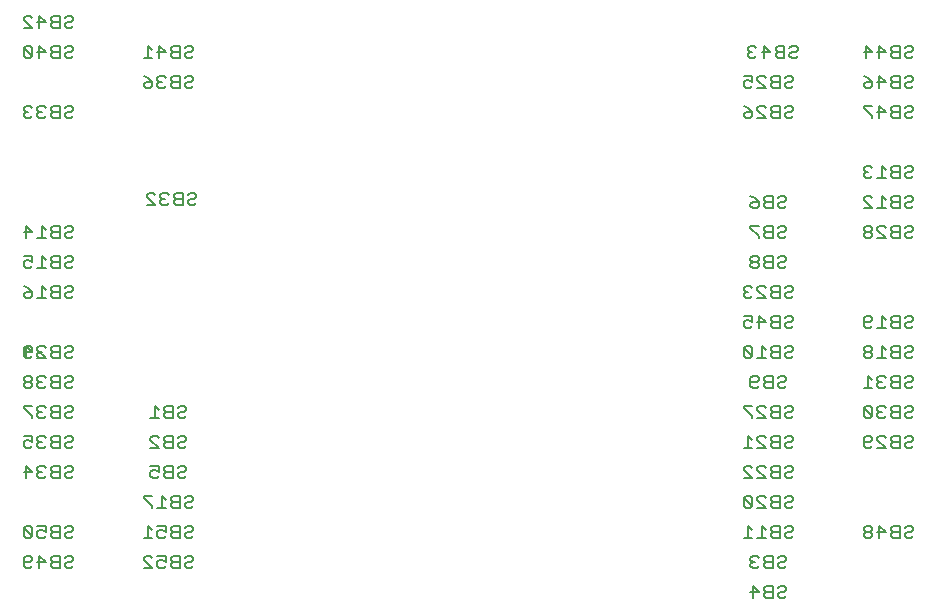
<source format=gbo>
G75*
%MOIN*%
%OFA0B0*%
%FSLAX25Y25*%
%IPPOS*%
%LPD*%
%AMOC8*
5,1,8,0,0,1.08239X$1,22.5*
%
%ADD10C,0.00800*%
D10*
X0030792Y0109527D02*
X0030091Y0110228D01*
X0030091Y0113030D01*
X0030792Y0113731D01*
X0032193Y0113731D01*
X0032894Y0113030D01*
X0032894Y0112330D01*
X0032193Y0111629D01*
X0030091Y0111629D01*
X0030792Y0109527D02*
X0032193Y0109527D01*
X0032894Y0110228D01*
X0034695Y0111629D02*
X0037498Y0111629D01*
X0035396Y0113731D01*
X0035396Y0109527D01*
X0039299Y0110228D02*
X0040000Y0109527D01*
X0042102Y0109527D01*
X0042102Y0113731D01*
X0040000Y0113731D01*
X0039299Y0113030D01*
X0039299Y0112330D01*
X0040000Y0111629D01*
X0042102Y0111629D01*
X0043903Y0110928D02*
X0043903Y0110228D01*
X0044604Y0109527D01*
X0046005Y0109527D01*
X0046705Y0110228D01*
X0046005Y0111629D02*
X0044604Y0111629D01*
X0043903Y0110928D01*
X0043903Y0113030D02*
X0044604Y0113731D01*
X0046005Y0113731D01*
X0046705Y0113030D01*
X0046705Y0112330D01*
X0046005Y0111629D01*
X0040000Y0111629D02*
X0039299Y0110928D01*
X0039299Y0110228D01*
X0040000Y0119527D02*
X0039299Y0120228D01*
X0039299Y0120928D01*
X0040000Y0121629D01*
X0042102Y0121629D01*
X0043903Y0120928D02*
X0043903Y0120228D01*
X0044604Y0119527D01*
X0046005Y0119527D01*
X0046705Y0120228D01*
X0046005Y0121629D02*
X0044604Y0121629D01*
X0043903Y0120928D01*
X0043903Y0123030D02*
X0044604Y0123731D01*
X0046005Y0123731D01*
X0046705Y0123030D01*
X0046705Y0122330D01*
X0046005Y0121629D01*
X0042102Y0119527D02*
X0040000Y0119527D01*
X0042102Y0119527D02*
X0042102Y0123731D01*
X0040000Y0123731D01*
X0039299Y0123030D01*
X0039299Y0122330D01*
X0040000Y0121629D01*
X0037498Y0121629D02*
X0036096Y0122330D01*
X0035396Y0122330D01*
X0034695Y0121629D01*
X0034695Y0120228D01*
X0035396Y0119527D01*
X0036797Y0119527D01*
X0037498Y0120228D01*
X0037498Y0121629D02*
X0037498Y0123731D01*
X0034695Y0123731D01*
X0032894Y0123030D02*
X0032193Y0123731D01*
X0030792Y0123731D01*
X0030091Y0123030D01*
X0032894Y0120228D01*
X0032193Y0119527D01*
X0030792Y0119527D01*
X0030091Y0120228D01*
X0030091Y0123030D01*
X0032894Y0123030D02*
X0032894Y0120228D01*
X0030792Y0139527D02*
X0030792Y0143731D01*
X0032894Y0141629D01*
X0030091Y0141629D01*
X0034695Y0140928D02*
X0034695Y0140228D01*
X0035396Y0139527D01*
X0036797Y0139527D01*
X0037498Y0140228D01*
X0039299Y0140228D02*
X0040000Y0139527D01*
X0042102Y0139527D01*
X0042102Y0143731D01*
X0040000Y0143731D01*
X0039299Y0143030D01*
X0039299Y0142330D01*
X0040000Y0141629D01*
X0042102Y0141629D01*
X0043903Y0140928D02*
X0043903Y0140228D01*
X0044604Y0139527D01*
X0046005Y0139527D01*
X0046705Y0140228D01*
X0046005Y0141629D02*
X0044604Y0141629D01*
X0043903Y0140928D01*
X0043903Y0143030D02*
X0044604Y0143731D01*
X0046005Y0143731D01*
X0046705Y0143030D01*
X0046705Y0142330D01*
X0046005Y0141629D01*
X0040000Y0141629D02*
X0039299Y0140928D01*
X0039299Y0140228D01*
X0037498Y0143030D02*
X0036797Y0143731D01*
X0035396Y0143731D01*
X0034695Y0143030D01*
X0034695Y0142330D01*
X0035396Y0141629D01*
X0034695Y0140928D01*
X0035396Y0141629D02*
X0036096Y0141629D01*
X0035396Y0149527D02*
X0036797Y0149527D01*
X0037498Y0150228D01*
X0039299Y0150228D02*
X0040000Y0149527D01*
X0042102Y0149527D01*
X0042102Y0153731D01*
X0040000Y0153731D01*
X0039299Y0153030D01*
X0039299Y0152330D01*
X0040000Y0151629D01*
X0042102Y0151629D01*
X0043903Y0150928D02*
X0043903Y0150228D01*
X0044604Y0149527D01*
X0046005Y0149527D01*
X0046705Y0150228D01*
X0046005Y0151629D02*
X0044604Y0151629D01*
X0043903Y0150928D01*
X0043903Y0153030D02*
X0044604Y0153731D01*
X0046005Y0153731D01*
X0046705Y0153030D01*
X0046705Y0152330D01*
X0046005Y0151629D01*
X0040000Y0151629D02*
X0039299Y0150928D01*
X0039299Y0150228D01*
X0037498Y0153030D02*
X0036797Y0153731D01*
X0035396Y0153731D01*
X0034695Y0153030D01*
X0034695Y0152330D01*
X0035396Y0151629D01*
X0034695Y0150928D01*
X0034695Y0150228D01*
X0035396Y0149527D01*
X0035396Y0151629D02*
X0036096Y0151629D01*
X0032894Y0151629D02*
X0032894Y0153731D01*
X0030091Y0153731D01*
X0030792Y0152330D02*
X0030091Y0151629D01*
X0030091Y0150228D01*
X0030792Y0149527D01*
X0032193Y0149527D01*
X0032894Y0150228D01*
X0032894Y0151629D02*
X0031493Y0152330D01*
X0030792Y0152330D01*
X0032894Y0159527D02*
X0032894Y0160228D01*
X0030091Y0163030D01*
X0030091Y0163731D01*
X0032894Y0163731D01*
X0034695Y0163030D02*
X0034695Y0162330D01*
X0035396Y0161629D01*
X0034695Y0160928D01*
X0034695Y0160228D01*
X0035396Y0159527D01*
X0036797Y0159527D01*
X0037498Y0160228D01*
X0039299Y0160228D02*
X0040000Y0159527D01*
X0042102Y0159527D01*
X0042102Y0163731D01*
X0040000Y0163731D01*
X0039299Y0163030D01*
X0039299Y0162330D01*
X0040000Y0161629D01*
X0042102Y0161629D01*
X0043903Y0160928D02*
X0043903Y0160228D01*
X0044604Y0159527D01*
X0046005Y0159527D01*
X0046705Y0160228D01*
X0046005Y0161629D02*
X0044604Y0161629D01*
X0043903Y0160928D01*
X0043903Y0163030D02*
X0044604Y0163731D01*
X0046005Y0163731D01*
X0046705Y0163030D01*
X0046705Y0162330D01*
X0046005Y0161629D01*
X0040000Y0161629D02*
X0039299Y0160928D01*
X0039299Y0160228D01*
X0037498Y0163030D02*
X0036797Y0163731D01*
X0035396Y0163731D01*
X0034695Y0163030D01*
X0035396Y0161629D02*
X0036096Y0161629D01*
X0035396Y0169527D02*
X0036797Y0169527D01*
X0037498Y0170228D01*
X0039299Y0170228D02*
X0040000Y0169527D01*
X0042102Y0169527D01*
X0042102Y0173731D01*
X0040000Y0173731D01*
X0039299Y0173030D01*
X0039299Y0172330D01*
X0040000Y0171629D01*
X0042102Y0171629D01*
X0043903Y0170928D02*
X0043903Y0170228D01*
X0044604Y0169527D01*
X0046005Y0169527D01*
X0046705Y0170228D01*
X0046005Y0171629D02*
X0044604Y0171629D01*
X0043903Y0170928D01*
X0043903Y0173030D02*
X0044604Y0173731D01*
X0046005Y0173731D01*
X0046705Y0173030D01*
X0046705Y0172330D01*
X0046005Y0171629D01*
X0040000Y0171629D02*
X0039299Y0170928D01*
X0039299Y0170228D01*
X0037498Y0173030D02*
X0036797Y0173731D01*
X0035396Y0173731D01*
X0034695Y0173030D01*
X0034695Y0172330D01*
X0035396Y0171629D01*
X0034695Y0170928D01*
X0034695Y0170228D01*
X0035396Y0169527D01*
X0035396Y0171629D02*
X0036096Y0171629D01*
X0032894Y0170928D02*
X0032193Y0171629D01*
X0030792Y0171629D01*
X0030091Y0170928D01*
X0030091Y0170228D01*
X0030792Y0169527D01*
X0032193Y0169527D01*
X0032894Y0170228D01*
X0032894Y0170928D01*
X0032193Y0171629D02*
X0032894Y0172330D01*
X0032894Y0173030D01*
X0032193Y0173731D01*
X0030792Y0173731D01*
X0030091Y0173030D01*
X0030091Y0172330D01*
X0030792Y0171629D01*
X0030792Y0179527D02*
X0030091Y0180228D01*
X0030091Y0183030D01*
X0030792Y0183731D01*
X0032894Y0181629D01*
X0030091Y0181629D01*
X0032193Y0181629D01*
X0032894Y0182330D01*
X0032894Y0183030D01*
X0032193Y0183731D01*
X0030792Y0183731D01*
X0030792Y0179527D01*
X0032193Y0179527D01*
X0032894Y0180228D01*
X0034695Y0180228D02*
X0035396Y0179527D01*
X0036797Y0179527D01*
X0037498Y0180228D01*
X0037498Y0179527D02*
X0034695Y0179527D01*
X0034695Y0180228D02*
X0034695Y0180928D01*
X0035396Y0181629D01*
X0036096Y0181629D01*
X0035396Y0181629D02*
X0034695Y0182330D01*
X0034695Y0183030D01*
X0035396Y0183731D01*
X0036797Y0183731D01*
X0037498Y0183030D01*
X0036797Y0183731D01*
X0035396Y0183731D01*
X0034695Y0183030D01*
X0034695Y0182330D01*
X0037498Y0179527D01*
X0039299Y0180228D02*
X0040000Y0179527D01*
X0042102Y0179527D01*
X0040000Y0179527D01*
X0039299Y0180228D01*
X0039299Y0180928D01*
X0040000Y0181629D01*
X0042102Y0181629D01*
X0040000Y0181629D01*
X0039299Y0180928D01*
X0039299Y0180228D01*
X0040000Y0181629D02*
X0039299Y0182330D01*
X0039299Y0183030D01*
X0040000Y0183731D01*
X0039299Y0183030D01*
X0039299Y0182330D01*
X0040000Y0181629D01*
X0040000Y0183731D02*
X0042102Y0183731D01*
X0040000Y0183731D01*
X0042102Y0183731D02*
X0042102Y0179527D01*
X0042102Y0183731D01*
X0043903Y0183030D02*
X0044604Y0183731D01*
X0046005Y0183731D01*
X0046705Y0183030D01*
X0046705Y0182330D01*
X0046005Y0181629D01*
X0044604Y0181629D01*
X0043903Y0180928D01*
X0043903Y0180228D01*
X0044604Y0179527D01*
X0046005Y0179527D01*
X0046706Y0180228D01*
X0046705Y0180228D02*
X0046005Y0179527D01*
X0044604Y0179527D01*
X0043903Y0180228D01*
X0043903Y0180928D01*
X0044604Y0181629D01*
X0046005Y0181629D01*
X0046706Y0182330D01*
X0046706Y0183030D01*
X0046005Y0183731D01*
X0044604Y0183731D01*
X0043903Y0183030D01*
X0044604Y0199527D02*
X0046005Y0199527D01*
X0046706Y0200228D01*
X0046005Y0201629D02*
X0044604Y0201629D01*
X0043903Y0200928D01*
X0043903Y0200228D01*
X0044604Y0199527D01*
X0042102Y0199527D02*
X0042102Y0203731D01*
X0040000Y0203731D01*
X0039299Y0203030D01*
X0039299Y0202330D01*
X0040000Y0201629D01*
X0042102Y0201629D01*
X0042102Y0199527D02*
X0040000Y0199527D01*
X0039299Y0200228D01*
X0039299Y0200928D01*
X0040000Y0201629D01*
X0037498Y0202330D02*
X0036096Y0203731D01*
X0036096Y0199527D01*
X0034695Y0199527D02*
X0037498Y0199527D01*
X0032894Y0200228D02*
X0032193Y0199527D01*
X0030792Y0199527D01*
X0030091Y0200228D01*
X0030091Y0200928D01*
X0030792Y0201629D01*
X0032894Y0201629D01*
X0032894Y0200228D01*
X0032894Y0201629D02*
X0031493Y0203030D01*
X0030091Y0203731D01*
X0030792Y0209527D02*
X0032193Y0209527D01*
X0032894Y0210228D01*
X0032894Y0211629D02*
X0031493Y0212330D01*
X0030792Y0212330D01*
X0030091Y0211629D01*
X0030091Y0210228D01*
X0030792Y0209527D01*
X0032894Y0211629D02*
X0032894Y0213731D01*
X0030091Y0213731D01*
X0030792Y0219527D02*
X0030792Y0223731D01*
X0032894Y0221629D01*
X0030091Y0221629D01*
X0034695Y0219527D02*
X0037498Y0219527D01*
X0036096Y0219527D02*
X0036096Y0223731D01*
X0037498Y0222330D01*
X0039299Y0222330D02*
X0040000Y0221629D01*
X0042102Y0221629D01*
X0043903Y0220928D02*
X0043903Y0220228D01*
X0044604Y0219527D01*
X0046005Y0219527D01*
X0046706Y0220228D01*
X0046005Y0221629D02*
X0044604Y0221629D01*
X0043903Y0220928D01*
X0043903Y0223030D02*
X0044604Y0223731D01*
X0046005Y0223731D01*
X0046706Y0223030D01*
X0046706Y0222330D01*
X0046005Y0221629D01*
X0042102Y0219527D02*
X0040000Y0219527D01*
X0039299Y0220228D01*
X0039299Y0220928D01*
X0040000Y0221629D01*
X0039299Y0222330D02*
X0039299Y0223030D01*
X0040000Y0223731D01*
X0042102Y0223731D01*
X0042102Y0219527D01*
X0042102Y0213731D02*
X0040000Y0213731D01*
X0039299Y0213030D01*
X0039299Y0212330D01*
X0040000Y0211629D01*
X0042102Y0211629D01*
X0043903Y0210928D02*
X0043903Y0210228D01*
X0044604Y0209527D01*
X0046005Y0209527D01*
X0046706Y0210228D01*
X0046005Y0211629D02*
X0044604Y0211629D01*
X0043903Y0210928D01*
X0043903Y0213030D02*
X0044604Y0213731D01*
X0046005Y0213731D01*
X0046706Y0213030D01*
X0046706Y0212330D01*
X0046005Y0211629D01*
X0042102Y0209527D02*
X0040000Y0209527D01*
X0039299Y0210228D01*
X0039299Y0210928D01*
X0040000Y0211629D01*
X0037498Y0212330D02*
X0036096Y0213731D01*
X0036096Y0209527D01*
X0034695Y0209527D02*
X0037498Y0209527D01*
X0042102Y0209527D02*
X0042102Y0213731D01*
X0044604Y0203731D02*
X0046005Y0203731D01*
X0046706Y0203030D01*
X0046706Y0202330D01*
X0046005Y0201629D01*
X0043903Y0203030D02*
X0044604Y0203731D01*
X0071091Y0230527D02*
X0073894Y0230527D01*
X0071091Y0233330D01*
X0071091Y0234030D01*
X0071792Y0234731D01*
X0073193Y0234731D01*
X0073894Y0234030D01*
X0075695Y0234030D02*
X0075695Y0233330D01*
X0076396Y0232629D01*
X0075695Y0231928D01*
X0075695Y0231228D01*
X0076396Y0230527D01*
X0077797Y0230527D01*
X0078498Y0231228D01*
X0080299Y0231228D02*
X0081000Y0230527D01*
X0083102Y0230527D01*
X0083102Y0234731D01*
X0081000Y0234731D01*
X0080299Y0234030D01*
X0080299Y0233330D01*
X0081000Y0232629D01*
X0083102Y0232629D01*
X0084903Y0231928D02*
X0084903Y0231228D01*
X0085604Y0230527D01*
X0087005Y0230527D01*
X0087706Y0231228D01*
X0087005Y0232629D02*
X0085604Y0232629D01*
X0084903Y0231928D01*
X0084903Y0234030D02*
X0085604Y0234731D01*
X0087005Y0234731D01*
X0087706Y0234030D01*
X0087706Y0233330D01*
X0087005Y0232629D01*
X0081000Y0232629D02*
X0080299Y0231928D01*
X0080299Y0231228D01*
X0078498Y0234030D02*
X0077797Y0234731D01*
X0076396Y0234731D01*
X0075695Y0234030D01*
X0076396Y0232629D02*
X0077096Y0232629D01*
X0076797Y0269527D02*
X0075396Y0269527D01*
X0074695Y0270228D01*
X0074695Y0270928D01*
X0075396Y0271629D01*
X0076096Y0271629D01*
X0075396Y0271629D02*
X0074695Y0272330D01*
X0074695Y0273030D01*
X0075396Y0273731D01*
X0076797Y0273731D01*
X0077498Y0273030D01*
X0079299Y0273030D02*
X0079299Y0272330D01*
X0080000Y0271629D01*
X0082102Y0271629D01*
X0083903Y0270928D02*
X0083903Y0270228D01*
X0084604Y0269527D01*
X0086005Y0269527D01*
X0086706Y0270228D01*
X0086005Y0271629D02*
X0084604Y0271629D01*
X0083903Y0270928D01*
X0083903Y0273030D02*
X0084604Y0273731D01*
X0086005Y0273731D01*
X0086706Y0273030D01*
X0086706Y0272330D01*
X0086005Y0271629D01*
X0082102Y0269527D02*
X0080000Y0269527D01*
X0079299Y0270228D01*
X0079299Y0270928D01*
X0080000Y0271629D01*
X0079299Y0273030D02*
X0080000Y0273731D01*
X0082102Y0273731D01*
X0082102Y0269527D01*
X0077498Y0270228D02*
X0076797Y0269527D01*
X0072894Y0270228D02*
X0072193Y0269527D01*
X0070792Y0269527D01*
X0070091Y0270228D01*
X0070091Y0270928D01*
X0070792Y0271629D01*
X0072894Y0271629D01*
X0072894Y0270228D01*
X0072894Y0271629D02*
X0071493Y0273030D01*
X0070091Y0273731D01*
X0070091Y0279527D02*
X0072894Y0279527D01*
X0071493Y0279527D02*
X0071493Y0283731D01*
X0072894Y0282330D01*
X0074695Y0281629D02*
X0077498Y0281629D01*
X0075396Y0283731D01*
X0075396Y0279527D01*
X0079299Y0280228D02*
X0080000Y0279527D01*
X0082102Y0279527D01*
X0082102Y0283731D01*
X0080000Y0283731D01*
X0079299Y0283030D01*
X0079299Y0282330D01*
X0080000Y0281629D01*
X0082102Y0281629D01*
X0083903Y0280928D02*
X0083903Y0280228D01*
X0084604Y0279527D01*
X0086005Y0279527D01*
X0086706Y0280228D01*
X0086005Y0281629D02*
X0084604Y0281629D01*
X0083903Y0280928D01*
X0083903Y0283030D02*
X0084604Y0283731D01*
X0086005Y0283731D01*
X0086706Y0283030D01*
X0086706Y0282330D01*
X0086005Y0281629D01*
X0080000Y0281629D02*
X0079299Y0280928D01*
X0079299Y0280228D01*
X0046705Y0280228D02*
X0046005Y0279527D01*
X0044604Y0279527D01*
X0043903Y0280228D01*
X0043903Y0280928D01*
X0044604Y0281629D01*
X0046005Y0281629D01*
X0046705Y0282330D01*
X0046705Y0283030D01*
X0046005Y0283731D01*
X0044604Y0283731D01*
X0043903Y0283030D01*
X0042102Y0283731D02*
X0040000Y0283731D01*
X0039299Y0283030D01*
X0039299Y0282330D01*
X0040000Y0281629D01*
X0042102Y0281629D01*
X0042102Y0279527D02*
X0040000Y0279527D01*
X0039299Y0280228D01*
X0039299Y0280928D01*
X0040000Y0281629D01*
X0037498Y0281629D02*
X0034695Y0281629D01*
X0035396Y0279527D02*
X0035396Y0283731D01*
X0037498Y0281629D01*
X0032894Y0280228D02*
X0030091Y0283030D01*
X0030091Y0280228D01*
X0030792Y0279527D01*
X0032193Y0279527D01*
X0032894Y0280228D01*
X0032894Y0283030D01*
X0032193Y0283731D01*
X0030792Y0283731D01*
X0030091Y0283030D01*
X0030091Y0289527D02*
X0032894Y0289527D01*
X0030091Y0292330D01*
X0030091Y0293030D01*
X0030792Y0293731D01*
X0032193Y0293731D01*
X0032894Y0293030D01*
X0034695Y0291629D02*
X0037498Y0291629D01*
X0035396Y0293731D01*
X0035396Y0289527D01*
X0039299Y0290228D02*
X0040000Y0289527D01*
X0042102Y0289527D01*
X0042102Y0293731D01*
X0040000Y0293731D01*
X0039299Y0293030D01*
X0039299Y0292330D01*
X0040000Y0291629D01*
X0042102Y0291629D01*
X0043903Y0290928D02*
X0043903Y0290228D01*
X0044604Y0289527D01*
X0046005Y0289527D01*
X0046705Y0290228D01*
X0046005Y0291629D02*
X0044604Y0291629D01*
X0043903Y0290928D01*
X0043903Y0293030D02*
X0044604Y0293731D01*
X0046005Y0293731D01*
X0046705Y0293030D01*
X0046705Y0292330D01*
X0046005Y0291629D01*
X0040000Y0291629D02*
X0039299Y0290928D01*
X0039299Y0290228D01*
X0042102Y0283731D02*
X0042102Y0279527D01*
X0042102Y0263731D02*
X0040000Y0263731D01*
X0039299Y0263030D01*
X0039299Y0262330D01*
X0040000Y0261629D01*
X0042102Y0261629D01*
X0043903Y0260928D02*
X0043903Y0260228D01*
X0044604Y0259527D01*
X0046005Y0259527D01*
X0046705Y0260228D01*
X0046005Y0261629D02*
X0044604Y0261629D01*
X0043903Y0260928D01*
X0043903Y0263030D02*
X0044604Y0263731D01*
X0046005Y0263731D01*
X0046705Y0263030D01*
X0046705Y0262330D01*
X0046005Y0261629D01*
X0042102Y0259527D02*
X0040000Y0259527D01*
X0039299Y0260228D01*
X0039299Y0260928D01*
X0040000Y0261629D01*
X0037498Y0260228D02*
X0036797Y0259527D01*
X0035396Y0259527D01*
X0034695Y0260228D01*
X0034695Y0260928D01*
X0035396Y0261629D01*
X0036096Y0261629D01*
X0035396Y0261629D02*
X0034695Y0262330D01*
X0034695Y0263030D01*
X0035396Y0263731D01*
X0036797Y0263731D01*
X0037498Y0263030D01*
X0032894Y0263030D02*
X0032193Y0263731D01*
X0030792Y0263731D01*
X0030091Y0263030D01*
X0030091Y0262330D01*
X0030792Y0261629D01*
X0030091Y0260928D01*
X0030091Y0260228D01*
X0030792Y0259527D01*
X0032193Y0259527D01*
X0032894Y0260228D01*
X0031493Y0261629D02*
X0030792Y0261629D01*
X0042102Y0259527D02*
X0042102Y0263731D01*
X0073794Y0163731D02*
X0073794Y0159527D01*
X0072393Y0159527D02*
X0075196Y0159527D01*
X0076997Y0160228D02*
X0077698Y0159527D01*
X0079800Y0159527D01*
X0079800Y0163731D01*
X0077698Y0163731D01*
X0076997Y0163030D01*
X0076997Y0162330D01*
X0077698Y0161629D01*
X0079800Y0161629D01*
X0081601Y0160928D02*
X0081601Y0160228D01*
X0082302Y0159527D01*
X0083703Y0159527D01*
X0084404Y0160228D01*
X0083703Y0161629D02*
X0084404Y0162330D01*
X0084404Y0163030D01*
X0083703Y0163731D01*
X0082302Y0163731D01*
X0081601Y0163030D01*
X0082302Y0161629D02*
X0081601Y0160928D01*
X0082302Y0161629D02*
X0083703Y0161629D01*
X0077698Y0161629D02*
X0076997Y0160928D01*
X0076997Y0160228D01*
X0075196Y0162330D02*
X0073794Y0163731D01*
X0073094Y0153731D02*
X0074495Y0153731D01*
X0075196Y0153030D01*
X0076997Y0153030D02*
X0077698Y0153731D01*
X0079800Y0153731D01*
X0079800Y0149527D01*
X0077698Y0149527D01*
X0076997Y0150228D01*
X0076997Y0150928D01*
X0077698Y0151629D01*
X0079800Y0151629D01*
X0081601Y0150928D02*
X0081601Y0150228D01*
X0082302Y0149527D01*
X0083703Y0149527D01*
X0084404Y0150228D01*
X0083703Y0151629D02*
X0084404Y0152330D01*
X0084404Y0153030D01*
X0083703Y0153731D01*
X0082302Y0153731D01*
X0081601Y0153030D01*
X0082302Y0151629D02*
X0081601Y0150928D01*
X0082302Y0151629D02*
X0083703Y0151629D01*
X0077698Y0151629D02*
X0076997Y0152330D01*
X0076997Y0153030D01*
X0075196Y0149527D02*
X0072393Y0152330D01*
X0072393Y0153030D01*
X0073094Y0153731D01*
X0072393Y0149527D02*
X0075196Y0149527D01*
X0075196Y0143731D02*
X0075196Y0141629D01*
X0073794Y0142330D01*
X0073094Y0142330D01*
X0072393Y0141629D01*
X0072393Y0140228D01*
X0073094Y0139527D01*
X0074495Y0139527D01*
X0075196Y0140228D01*
X0076997Y0140228D02*
X0077698Y0139527D01*
X0079800Y0139527D01*
X0079800Y0143731D01*
X0077698Y0143731D01*
X0076997Y0143030D01*
X0076997Y0142330D01*
X0077698Y0141629D01*
X0079800Y0141629D01*
X0081601Y0140928D02*
X0081601Y0140228D01*
X0082302Y0139527D01*
X0083703Y0139527D01*
X0084404Y0140228D01*
X0083703Y0141629D02*
X0084404Y0142330D01*
X0084404Y0143030D01*
X0083703Y0143731D01*
X0082302Y0143731D01*
X0081601Y0143030D01*
X0082302Y0141629D02*
X0081601Y0140928D01*
X0082302Y0141629D02*
X0083703Y0141629D01*
X0077698Y0141629D02*
X0076997Y0140928D01*
X0076997Y0140228D01*
X0075196Y0143731D02*
X0072393Y0143731D01*
X0072894Y0133731D02*
X0070091Y0133731D01*
X0070091Y0133030D01*
X0072894Y0130228D01*
X0072894Y0129527D01*
X0074695Y0129527D02*
X0077498Y0129527D01*
X0076096Y0129527D02*
X0076096Y0133731D01*
X0077498Y0132330D01*
X0079299Y0132330D02*
X0080000Y0131629D01*
X0082102Y0131629D01*
X0083903Y0130928D02*
X0083903Y0130228D01*
X0084604Y0129527D01*
X0086005Y0129527D01*
X0086705Y0130228D01*
X0086005Y0131629D02*
X0084604Y0131629D01*
X0083903Y0130928D01*
X0083903Y0133030D02*
X0084604Y0133731D01*
X0086005Y0133731D01*
X0086705Y0133030D01*
X0086705Y0132330D01*
X0086005Y0131629D01*
X0082102Y0129527D02*
X0080000Y0129527D01*
X0079299Y0130228D01*
X0079299Y0130928D01*
X0080000Y0131629D01*
X0079299Y0132330D02*
X0079299Y0133030D01*
X0080000Y0133731D01*
X0082102Y0133731D01*
X0082102Y0129527D01*
X0082102Y0123731D02*
X0080000Y0123731D01*
X0079299Y0123030D01*
X0079299Y0122330D01*
X0080000Y0121629D01*
X0082102Y0121629D01*
X0083903Y0120928D02*
X0083903Y0120228D01*
X0084604Y0119527D01*
X0086005Y0119527D01*
X0086705Y0120228D01*
X0086005Y0121629D02*
X0084604Y0121629D01*
X0083903Y0120928D01*
X0083903Y0123030D02*
X0084604Y0123731D01*
X0086005Y0123731D01*
X0086705Y0123030D01*
X0086705Y0122330D01*
X0086005Y0121629D01*
X0082102Y0119527D02*
X0080000Y0119527D01*
X0079299Y0120228D01*
X0079299Y0120928D01*
X0080000Y0121629D01*
X0077498Y0121629D02*
X0076096Y0122330D01*
X0075396Y0122330D01*
X0074695Y0121629D01*
X0074695Y0120228D01*
X0075396Y0119527D01*
X0076797Y0119527D01*
X0077498Y0120228D01*
X0077498Y0121629D02*
X0077498Y0123731D01*
X0074695Y0123731D01*
X0072894Y0122330D02*
X0071493Y0123731D01*
X0071493Y0119527D01*
X0072894Y0119527D02*
X0070091Y0119527D01*
X0070792Y0113731D02*
X0072193Y0113731D01*
X0072894Y0113030D01*
X0074695Y0113731D02*
X0077498Y0113731D01*
X0077498Y0111629D01*
X0076096Y0112330D01*
X0075396Y0112330D01*
X0074695Y0111629D01*
X0074695Y0110228D01*
X0075396Y0109527D01*
X0076797Y0109527D01*
X0077498Y0110228D01*
X0079299Y0110228D02*
X0080000Y0109527D01*
X0082102Y0109527D01*
X0082102Y0113731D01*
X0080000Y0113731D01*
X0079299Y0113030D01*
X0079299Y0112330D01*
X0080000Y0111629D01*
X0082102Y0111629D01*
X0083903Y0110928D02*
X0083903Y0110228D01*
X0084604Y0109527D01*
X0086005Y0109527D01*
X0086705Y0110228D01*
X0086005Y0111629D02*
X0084604Y0111629D01*
X0083903Y0110928D01*
X0083903Y0113030D02*
X0084604Y0113731D01*
X0086005Y0113731D01*
X0086705Y0113030D01*
X0086705Y0112330D01*
X0086005Y0111629D01*
X0080000Y0111629D02*
X0079299Y0110928D01*
X0079299Y0110228D01*
X0072894Y0109527D02*
X0070091Y0112330D01*
X0070091Y0113030D01*
X0070792Y0113731D01*
X0070091Y0109527D02*
X0072894Y0109527D01*
X0082102Y0119527D02*
X0082102Y0123731D01*
X0270091Y0119527D02*
X0272894Y0119527D01*
X0271493Y0119527D02*
X0271493Y0123731D01*
X0272894Y0122330D01*
X0274695Y0119527D02*
X0277498Y0119527D01*
X0276096Y0119527D02*
X0276096Y0123731D01*
X0277498Y0122330D01*
X0279299Y0122330D02*
X0280000Y0121629D01*
X0282102Y0121629D01*
X0283903Y0120928D02*
X0283903Y0120228D01*
X0284604Y0119527D01*
X0286005Y0119527D01*
X0286706Y0120228D01*
X0286005Y0121629D02*
X0284604Y0121629D01*
X0283903Y0120928D01*
X0283903Y0123030D02*
X0284604Y0123731D01*
X0286005Y0123731D01*
X0286706Y0123030D01*
X0286706Y0122330D01*
X0286005Y0121629D01*
X0282102Y0119527D02*
X0280000Y0119527D01*
X0279299Y0120228D01*
X0279299Y0120928D01*
X0280000Y0121629D01*
X0279299Y0122330D02*
X0279299Y0123030D01*
X0280000Y0123731D01*
X0282102Y0123731D01*
X0282102Y0119527D01*
X0282302Y0113731D02*
X0283703Y0113731D01*
X0284404Y0113030D01*
X0284404Y0112330D01*
X0283703Y0111629D01*
X0282302Y0111629D01*
X0281601Y0110928D01*
X0281601Y0110228D01*
X0282302Y0109527D01*
X0283703Y0109527D01*
X0284404Y0110228D01*
X0281601Y0113030D02*
X0282302Y0113731D01*
X0279800Y0113731D02*
X0277698Y0113731D01*
X0276997Y0113030D01*
X0276997Y0112330D01*
X0277698Y0111629D01*
X0279800Y0111629D01*
X0279800Y0109527D02*
X0277698Y0109527D01*
X0276997Y0110228D01*
X0276997Y0110928D01*
X0277698Y0111629D01*
X0275196Y0110228D02*
X0274495Y0109527D01*
X0273094Y0109527D01*
X0272393Y0110228D01*
X0272393Y0110928D01*
X0273094Y0111629D01*
X0273795Y0111629D01*
X0273094Y0111629D02*
X0272393Y0112330D01*
X0272393Y0113030D01*
X0273094Y0113731D01*
X0274495Y0113731D01*
X0275196Y0113030D01*
X0279800Y0113731D02*
X0279800Y0109527D01*
X0279800Y0103731D02*
X0277698Y0103731D01*
X0276997Y0103030D01*
X0276997Y0102330D01*
X0277698Y0101629D01*
X0279800Y0101629D01*
X0281601Y0100928D02*
X0281601Y0100228D01*
X0282302Y0099527D01*
X0283703Y0099527D01*
X0284404Y0100228D01*
X0283703Y0101629D02*
X0282302Y0101629D01*
X0281601Y0100928D01*
X0281601Y0103030D02*
X0282302Y0103731D01*
X0283703Y0103731D01*
X0284404Y0103030D01*
X0284404Y0102330D01*
X0283703Y0101629D01*
X0279800Y0099527D02*
X0279800Y0103731D01*
X0277698Y0101629D02*
X0276997Y0100928D01*
X0276997Y0100228D01*
X0277698Y0099527D01*
X0279800Y0099527D01*
X0275196Y0101629D02*
X0272393Y0101629D01*
X0273094Y0099527D02*
X0273094Y0103731D01*
X0275196Y0101629D01*
X0274695Y0129527D02*
X0277498Y0129527D01*
X0274695Y0132330D01*
X0274695Y0133030D01*
X0275396Y0133731D01*
X0276797Y0133731D01*
X0277498Y0133030D01*
X0279299Y0133030D02*
X0279299Y0132330D01*
X0280000Y0131629D01*
X0282102Y0131629D01*
X0283903Y0130928D02*
X0283903Y0130228D01*
X0284604Y0129527D01*
X0286005Y0129527D01*
X0286706Y0130228D01*
X0286005Y0131629D02*
X0284604Y0131629D01*
X0283903Y0130928D01*
X0283903Y0133030D02*
X0284604Y0133731D01*
X0286005Y0133731D01*
X0286706Y0133030D01*
X0286706Y0132330D01*
X0286005Y0131629D01*
X0282102Y0129527D02*
X0280000Y0129527D01*
X0279299Y0130228D01*
X0279299Y0130928D01*
X0280000Y0131629D01*
X0279299Y0133030D02*
X0280000Y0133731D01*
X0282102Y0133731D01*
X0282102Y0129527D01*
X0272894Y0130228D02*
X0270091Y0133030D01*
X0270091Y0130228D01*
X0270792Y0129527D01*
X0272193Y0129527D01*
X0272894Y0130228D01*
X0272894Y0133030D01*
X0272193Y0133731D01*
X0270792Y0133731D01*
X0270091Y0133030D01*
X0270091Y0139527D02*
X0272894Y0139527D01*
X0270091Y0142330D01*
X0270091Y0143030D01*
X0270792Y0143731D01*
X0272193Y0143731D01*
X0272894Y0143030D01*
X0274695Y0143030D02*
X0275396Y0143731D01*
X0276797Y0143731D01*
X0277498Y0143030D01*
X0279299Y0143030D02*
X0279299Y0142330D01*
X0280000Y0141629D01*
X0282102Y0141629D01*
X0283903Y0140928D02*
X0283903Y0140228D01*
X0284604Y0139527D01*
X0286005Y0139527D01*
X0286706Y0140228D01*
X0286005Y0141629D02*
X0284604Y0141629D01*
X0283903Y0140928D01*
X0283903Y0143030D02*
X0284604Y0143731D01*
X0286005Y0143731D01*
X0286706Y0143030D01*
X0286706Y0142330D01*
X0286005Y0141629D01*
X0282102Y0139527D02*
X0280000Y0139527D01*
X0279299Y0140228D01*
X0279299Y0140928D01*
X0280000Y0141629D01*
X0279299Y0143030D02*
X0280000Y0143731D01*
X0282102Y0143731D01*
X0282102Y0139527D01*
X0277498Y0139527D02*
X0274695Y0142330D01*
X0274695Y0143030D01*
X0274695Y0139527D02*
X0277498Y0139527D01*
X0277498Y0149527D02*
X0274695Y0152330D01*
X0274695Y0153030D01*
X0275396Y0153731D01*
X0276797Y0153731D01*
X0277498Y0153030D01*
X0279299Y0153030D02*
X0280000Y0153731D01*
X0282102Y0153731D01*
X0282102Y0149527D01*
X0280000Y0149527D01*
X0279299Y0150228D01*
X0279299Y0150928D01*
X0280000Y0151629D01*
X0282102Y0151629D01*
X0283903Y0150928D02*
X0283903Y0150228D01*
X0284604Y0149527D01*
X0286005Y0149527D01*
X0286706Y0150228D01*
X0286005Y0151629D02*
X0284604Y0151629D01*
X0283903Y0150928D01*
X0283903Y0153030D02*
X0284604Y0153731D01*
X0286005Y0153731D01*
X0286706Y0153030D01*
X0286706Y0152330D01*
X0286005Y0151629D01*
X0280000Y0151629D02*
X0279299Y0152330D01*
X0279299Y0153030D01*
X0277498Y0149527D02*
X0274695Y0149527D01*
X0272894Y0149527D02*
X0270091Y0149527D01*
X0271493Y0149527D02*
X0271493Y0153731D01*
X0272894Y0152330D01*
X0272894Y0159527D02*
X0272894Y0160228D01*
X0270091Y0163030D01*
X0270091Y0163731D01*
X0272894Y0163731D01*
X0274695Y0163030D02*
X0275396Y0163731D01*
X0276797Y0163731D01*
X0277498Y0163030D01*
X0279299Y0163030D02*
X0279299Y0162330D01*
X0280000Y0161629D01*
X0282102Y0161629D01*
X0283903Y0160928D02*
X0283903Y0160228D01*
X0284604Y0159527D01*
X0286005Y0159527D01*
X0286706Y0160228D01*
X0286005Y0161629D02*
X0284604Y0161629D01*
X0283903Y0160928D01*
X0283903Y0163030D02*
X0284604Y0163731D01*
X0286005Y0163731D01*
X0286706Y0163030D01*
X0286706Y0162330D01*
X0286005Y0161629D01*
X0282102Y0159527D02*
X0282102Y0163731D01*
X0280000Y0163731D01*
X0279299Y0163030D01*
X0280000Y0161629D02*
X0279299Y0160928D01*
X0279299Y0160228D01*
X0280000Y0159527D01*
X0282102Y0159527D01*
X0277498Y0159527D02*
X0274695Y0162330D01*
X0274695Y0163030D01*
X0274695Y0159527D02*
X0277498Y0159527D01*
X0277698Y0169527D02*
X0279800Y0169527D01*
X0279800Y0173731D01*
X0277698Y0173731D01*
X0276997Y0173030D01*
X0276997Y0172330D01*
X0277698Y0171629D01*
X0279800Y0171629D01*
X0281601Y0170928D02*
X0282302Y0171629D01*
X0283703Y0171629D01*
X0284404Y0172330D01*
X0284404Y0173030D01*
X0283703Y0173731D01*
X0282302Y0173731D01*
X0281601Y0173030D01*
X0281601Y0170928D02*
X0281601Y0170228D01*
X0282302Y0169527D01*
X0283703Y0169527D01*
X0284404Y0170228D01*
X0277698Y0169527D02*
X0276997Y0170228D01*
X0276997Y0170928D01*
X0277698Y0171629D01*
X0275196Y0172330D02*
X0274495Y0171629D01*
X0272393Y0171629D01*
X0272393Y0170228D02*
X0272393Y0173030D01*
X0273094Y0173731D01*
X0274495Y0173731D01*
X0275196Y0173030D01*
X0275196Y0172330D01*
X0275196Y0170228D02*
X0274495Y0169527D01*
X0273094Y0169527D01*
X0272393Y0170228D01*
X0272193Y0179527D02*
X0270792Y0179527D01*
X0270091Y0180228D01*
X0270091Y0183030D01*
X0272894Y0180228D01*
X0272193Y0179527D01*
X0272894Y0180228D02*
X0272894Y0183030D01*
X0272193Y0183731D01*
X0270792Y0183731D01*
X0270091Y0183030D01*
X0274695Y0179527D02*
X0277498Y0179527D01*
X0276096Y0179527D02*
X0276096Y0183731D01*
X0277498Y0182330D01*
X0279299Y0182330D02*
X0280000Y0181629D01*
X0282102Y0181629D01*
X0283903Y0180928D02*
X0283903Y0180228D01*
X0284604Y0179527D01*
X0286005Y0179527D01*
X0286706Y0180228D01*
X0286005Y0181629D02*
X0284604Y0181629D01*
X0283903Y0180928D01*
X0283903Y0183030D02*
X0284604Y0183731D01*
X0286005Y0183731D01*
X0286706Y0183030D01*
X0286706Y0182330D01*
X0286005Y0181629D01*
X0282102Y0179527D02*
X0280000Y0179527D01*
X0279299Y0180228D01*
X0279299Y0180928D01*
X0280000Y0181629D01*
X0279299Y0182330D02*
X0279299Y0183030D01*
X0280000Y0183731D01*
X0282102Y0183731D01*
X0282102Y0179527D01*
X0282102Y0189527D02*
X0280000Y0189527D01*
X0279299Y0190228D01*
X0279299Y0190928D01*
X0280000Y0191629D01*
X0282102Y0191629D01*
X0283903Y0190928D02*
X0283903Y0190228D01*
X0284604Y0189527D01*
X0286005Y0189527D01*
X0286706Y0190228D01*
X0286005Y0191629D02*
X0284604Y0191629D01*
X0283903Y0190928D01*
X0283903Y0193030D02*
X0284604Y0193731D01*
X0286005Y0193731D01*
X0286706Y0193030D01*
X0286706Y0192330D01*
X0286005Y0191629D01*
X0282102Y0189527D02*
X0282102Y0193731D01*
X0280000Y0193731D01*
X0279299Y0193030D01*
X0279299Y0192330D01*
X0280000Y0191629D01*
X0277498Y0191629D02*
X0275396Y0193731D01*
X0275396Y0189527D01*
X0274695Y0191629D02*
X0277498Y0191629D01*
X0272894Y0191629D02*
X0272894Y0193731D01*
X0270091Y0193731D01*
X0270792Y0192330D02*
X0270091Y0191629D01*
X0270091Y0190228D01*
X0270792Y0189527D01*
X0272193Y0189527D01*
X0272894Y0190228D01*
X0272894Y0191629D02*
X0271493Y0192330D01*
X0270792Y0192330D01*
X0270792Y0199527D02*
X0272193Y0199527D01*
X0272894Y0200228D01*
X0274695Y0199527D02*
X0277498Y0199527D01*
X0274695Y0202330D01*
X0274695Y0203030D01*
X0275396Y0203731D01*
X0276797Y0203731D01*
X0277498Y0203030D01*
X0279299Y0203030D02*
X0279299Y0202330D01*
X0280000Y0201629D01*
X0282102Y0201629D01*
X0283903Y0200928D02*
X0283903Y0200228D01*
X0284604Y0199527D01*
X0286005Y0199527D01*
X0286706Y0200228D01*
X0286005Y0201629D02*
X0284604Y0201629D01*
X0283903Y0200928D01*
X0283903Y0203030D02*
X0284604Y0203731D01*
X0286005Y0203731D01*
X0286706Y0203030D01*
X0286706Y0202330D01*
X0286005Y0201629D01*
X0282102Y0199527D02*
X0282102Y0203731D01*
X0280000Y0203731D01*
X0279299Y0203030D01*
X0280000Y0201629D02*
X0279299Y0200928D01*
X0279299Y0200228D01*
X0280000Y0199527D01*
X0282102Y0199527D01*
X0272894Y0203030D02*
X0272193Y0203731D01*
X0270792Y0203731D01*
X0270091Y0203030D01*
X0270091Y0202330D01*
X0270792Y0201629D01*
X0270091Y0200928D01*
X0270091Y0200228D01*
X0270792Y0199527D01*
X0270792Y0201629D02*
X0271493Y0201629D01*
X0273094Y0209527D02*
X0274495Y0209527D01*
X0275196Y0210228D01*
X0275196Y0210928D01*
X0274495Y0211629D01*
X0273094Y0211629D01*
X0272393Y0210928D01*
X0272393Y0210228D01*
X0273094Y0209527D01*
X0273094Y0211629D02*
X0272393Y0212330D01*
X0272393Y0213030D01*
X0273094Y0213731D01*
X0274495Y0213731D01*
X0275196Y0213030D01*
X0275196Y0212330D01*
X0274495Y0211629D01*
X0276997Y0210928D02*
X0276997Y0210228D01*
X0277698Y0209527D01*
X0279800Y0209527D01*
X0279800Y0213731D01*
X0277698Y0213731D01*
X0276997Y0213030D01*
X0276997Y0212330D01*
X0277698Y0211629D01*
X0279800Y0211629D01*
X0281601Y0210928D02*
X0282302Y0211629D01*
X0283703Y0211629D01*
X0284404Y0212330D01*
X0284404Y0213030D01*
X0283703Y0213731D01*
X0282302Y0213731D01*
X0281601Y0213030D01*
X0281601Y0210928D02*
X0281601Y0210228D01*
X0282302Y0209527D01*
X0283703Y0209527D01*
X0284404Y0210228D01*
X0277698Y0211629D02*
X0276997Y0210928D01*
X0277698Y0219527D02*
X0279800Y0219527D01*
X0279800Y0223731D01*
X0277698Y0223731D01*
X0276997Y0223030D01*
X0276997Y0222330D01*
X0277698Y0221629D01*
X0279800Y0221629D01*
X0281601Y0220928D02*
X0281601Y0220228D01*
X0282302Y0219527D01*
X0283703Y0219527D01*
X0284404Y0220228D01*
X0283703Y0221629D02*
X0282302Y0221629D01*
X0281601Y0220928D01*
X0281601Y0223030D02*
X0282302Y0223731D01*
X0283703Y0223731D01*
X0284404Y0223030D01*
X0284404Y0222330D01*
X0283703Y0221629D01*
X0283703Y0229527D02*
X0282302Y0229527D01*
X0281601Y0230228D01*
X0281601Y0230928D01*
X0282302Y0231629D01*
X0283703Y0231629D01*
X0284404Y0232330D01*
X0284404Y0233030D01*
X0283703Y0233731D01*
X0282302Y0233731D01*
X0281601Y0233030D01*
X0279800Y0233731D02*
X0277698Y0233731D01*
X0276997Y0233030D01*
X0276997Y0232330D01*
X0277698Y0231629D01*
X0279800Y0231629D01*
X0279800Y0229527D02*
X0279800Y0233731D01*
X0277698Y0231629D02*
X0276997Y0230928D01*
X0276997Y0230228D01*
X0277698Y0229527D01*
X0279800Y0229527D01*
X0283703Y0229527D02*
X0284404Y0230228D01*
X0277698Y0221629D02*
X0276997Y0220928D01*
X0276997Y0220228D01*
X0277698Y0219527D01*
X0275196Y0219527D02*
X0275196Y0220228D01*
X0272393Y0223030D01*
X0272393Y0223731D01*
X0275196Y0223731D01*
X0274495Y0229527D02*
X0273094Y0229527D01*
X0272393Y0230228D01*
X0272393Y0230928D01*
X0273094Y0231629D01*
X0275196Y0231629D01*
X0275196Y0230228D01*
X0274495Y0229527D01*
X0275196Y0231629D02*
X0273795Y0233030D01*
X0272393Y0233731D01*
X0272193Y0259527D02*
X0270792Y0259527D01*
X0270091Y0260228D01*
X0270091Y0260928D01*
X0270792Y0261629D01*
X0272894Y0261629D01*
X0272894Y0260228D01*
X0272193Y0259527D01*
X0272894Y0261629D02*
X0271493Y0263030D01*
X0270091Y0263731D01*
X0274695Y0263030D02*
X0275396Y0263731D01*
X0276797Y0263731D01*
X0277498Y0263030D01*
X0279299Y0263030D02*
X0279299Y0262330D01*
X0280000Y0261629D01*
X0282102Y0261629D01*
X0283903Y0260928D02*
X0283903Y0260228D01*
X0284604Y0259527D01*
X0286005Y0259527D01*
X0286706Y0260228D01*
X0286005Y0261629D02*
X0284604Y0261629D01*
X0283903Y0260928D01*
X0283903Y0263030D02*
X0284604Y0263731D01*
X0286005Y0263731D01*
X0286706Y0263030D01*
X0286706Y0262330D01*
X0286005Y0261629D01*
X0282102Y0259527D02*
X0280000Y0259527D01*
X0279299Y0260228D01*
X0279299Y0260928D01*
X0280000Y0261629D01*
X0279299Y0263030D02*
X0280000Y0263731D01*
X0282102Y0263731D01*
X0282102Y0259527D01*
X0277498Y0259527D02*
X0274695Y0262330D01*
X0274695Y0263030D01*
X0274695Y0259527D02*
X0277498Y0259527D01*
X0277498Y0269527D02*
X0274695Y0269527D01*
X0272894Y0270228D02*
X0272193Y0269527D01*
X0270792Y0269527D01*
X0270091Y0270228D01*
X0270091Y0271629D01*
X0270792Y0272330D01*
X0271493Y0272330D01*
X0272894Y0271629D01*
X0272894Y0273731D01*
X0270091Y0273731D01*
X0274695Y0273030D02*
X0275396Y0273731D01*
X0276797Y0273731D01*
X0277498Y0273030D01*
X0279299Y0273030D02*
X0279299Y0272330D01*
X0280000Y0271629D01*
X0282102Y0271629D01*
X0283903Y0270928D02*
X0283903Y0270228D01*
X0284604Y0269527D01*
X0286005Y0269527D01*
X0286706Y0270228D01*
X0286005Y0271629D02*
X0284604Y0271629D01*
X0283903Y0270928D01*
X0283903Y0273030D02*
X0284604Y0273731D01*
X0286005Y0273731D01*
X0286706Y0273030D01*
X0286706Y0272330D01*
X0286005Y0271629D01*
X0282102Y0269527D02*
X0280000Y0269527D01*
X0279299Y0270228D01*
X0279299Y0270928D01*
X0280000Y0271629D01*
X0279299Y0273030D02*
X0280000Y0273731D01*
X0282102Y0273731D01*
X0282102Y0269527D01*
X0277498Y0269527D02*
X0274695Y0272330D01*
X0274695Y0273030D01*
X0273693Y0279527D02*
X0274394Y0280228D01*
X0273693Y0279527D02*
X0272292Y0279527D01*
X0271591Y0280228D01*
X0271591Y0280928D01*
X0272292Y0281629D01*
X0272993Y0281629D01*
X0272292Y0281629D02*
X0271591Y0282330D01*
X0271591Y0283030D01*
X0272292Y0283731D01*
X0273693Y0283731D01*
X0274394Y0283030D01*
X0276195Y0281629D02*
X0278998Y0281629D01*
X0276896Y0283731D01*
X0276896Y0279527D01*
X0280799Y0280228D02*
X0281500Y0279527D01*
X0283602Y0279527D01*
X0283602Y0283731D01*
X0281500Y0283731D01*
X0280799Y0283030D01*
X0280799Y0282330D01*
X0281500Y0281629D01*
X0283602Y0281629D01*
X0285403Y0280928D02*
X0285403Y0280228D01*
X0286104Y0279527D01*
X0287505Y0279527D01*
X0288206Y0280228D01*
X0287505Y0281629D02*
X0286104Y0281629D01*
X0285403Y0280928D01*
X0285403Y0283030D02*
X0286104Y0283731D01*
X0287505Y0283731D01*
X0288206Y0283030D01*
X0288206Y0282330D01*
X0287505Y0281629D01*
X0281500Y0281629D02*
X0280799Y0280928D01*
X0280799Y0280228D01*
X0310091Y0281629D02*
X0312894Y0281629D01*
X0310792Y0283731D01*
X0310792Y0279527D01*
X0314695Y0281629D02*
X0317498Y0281629D01*
X0315396Y0283731D01*
X0315396Y0279527D01*
X0319299Y0280228D02*
X0320000Y0279527D01*
X0322102Y0279527D01*
X0322102Y0283731D01*
X0320000Y0283731D01*
X0319299Y0283030D01*
X0319299Y0282330D01*
X0320000Y0281629D01*
X0322102Y0281629D01*
X0323903Y0280928D02*
X0323903Y0280228D01*
X0324604Y0279527D01*
X0326005Y0279527D01*
X0326706Y0280228D01*
X0326005Y0281629D02*
X0324604Y0281629D01*
X0323903Y0280928D01*
X0323903Y0283030D02*
X0324604Y0283731D01*
X0326005Y0283731D01*
X0326706Y0283030D01*
X0326706Y0282330D01*
X0326005Y0281629D01*
X0320000Y0281629D02*
X0319299Y0280928D01*
X0319299Y0280228D01*
X0320000Y0273731D02*
X0319299Y0273030D01*
X0319299Y0272330D01*
X0320000Y0271629D01*
X0322102Y0271629D01*
X0323903Y0270928D02*
X0323903Y0270228D01*
X0324604Y0269527D01*
X0326005Y0269527D01*
X0326706Y0270228D01*
X0326005Y0271629D02*
X0324604Y0271629D01*
X0323903Y0270928D01*
X0323903Y0273030D02*
X0324604Y0273731D01*
X0326005Y0273731D01*
X0326706Y0273030D01*
X0326706Y0272330D01*
X0326005Y0271629D01*
X0322102Y0269527D02*
X0320000Y0269527D01*
X0319299Y0270228D01*
X0319299Y0270928D01*
X0320000Y0271629D01*
X0320000Y0273731D02*
X0322102Y0273731D01*
X0322102Y0269527D01*
X0317498Y0271629D02*
X0314695Y0271629D01*
X0312894Y0271629D02*
X0310792Y0271629D01*
X0310091Y0270928D01*
X0310091Y0270228D01*
X0310792Y0269527D01*
X0312193Y0269527D01*
X0312894Y0270228D01*
X0312894Y0271629D01*
X0311493Y0273030D01*
X0310091Y0273731D01*
X0315396Y0273731D02*
X0315396Y0269527D01*
X0317498Y0271629D02*
X0315396Y0273731D01*
X0315396Y0263731D02*
X0317498Y0261629D01*
X0314695Y0261629D01*
X0315396Y0259527D02*
X0315396Y0263731D01*
X0312894Y0263731D02*
X0310091Y0263731D01*
X0310091Y0263030D01*
X0312894Y0260228D01*
X0312894Y0259527D01*
X0319299Y0260228D02*
X0320000Y0259527D01*
X0322102Y0259527D01*
X0322102Y0263731D01*
X0320000Y0263731D01*
X0319299Y0263030D01*
X0319299Y0262330D01*
X0320000Y0261629D01*
X0322102Y0261629D01*
X0323903Y0260928D02*
X0323903Y0260228D01*
X0324604Y0259527D01*
X0326005Y0259527D01*
X0326706Y0260228D01*
X0326005Y0261629D02*
X0324604Y0261629D01*
X0323903Y0260928D01*
X0323903Y0263030D02*
X0324604Y0263731D01*
X0326005Y0263731D01*
X0326706Y0263030D01*
X0326706Y0262330D01*
X0326005Y0261629D01*
X0320000Y0261629D02*
X0319299Y0260928D01*
X0319299Y0260228D01*
X0320000Y0243731D02*
X0319299Y0243030D01*
X0319299Y0242330D01*
X0320000Y0241629D01*
X0322102Y0241629D01*
X0323903Y0240928D02*
X0323903Y0240228D01*
X0324604Y0239527D01*
X0326005Y0239527D01*
X0326705Y0240228D01*
X0326005Y0241629D02*
X0324604Y0241629D01*
X0323903Y0240928D01*
X0323903Y0243030D02*
X0324604Y0243731D01*
X0326005Y0243731D01*
X0326705Y0243030D01*
X0326705Y0242330D01*
X0326005Y0241629D01*
X0322102Y0239527D02*
X0322102Y0243731D01*
X0320000Y0243731D01*
X0320000Y0241629D02*
X0319299Y0240928D01*
X0319299Y0240228D01*
X0320000Y0239527D01*
X0322102Y0239527D01*
X0317498Y0239527D02*
X0314695Y0239527D01*
X0316096Y0239527D02*
X0316096Y0243731D01*
X0317498Y0242330D01*
X0312894Y0243030D02*
X0312193Y0243731D01*
X0310792Y0243731D01*
X0310091Y0243030D01*
X0310091Y0242330D01*
X0310792Y0241629D01*
X0310091Y0240928D01*
X0310091Y0240228D01*
X0310792Y0239527D01*
X0312193Y0239527D01*
X0312894Y0240228D01*
X0311493Y0241629D02*
X0310792Y0241629D01*
X0310792Y0233731D02*
X0312193Y0233731D01*
X0312894Y0233030D01*
X0310792Y0233731D02*
X0310091Y0233030D01*
X0310091Y0232330D01*
X0312894Y0229527D01*
X0310091Y0229527D01*
X0314695Y0229527D02*
X0317498Y0229527D01*
X0316096Y0229527D02*
X0316096Y0233731D01*
X0317498Y0232330D01*
X0319299Y0232330D02*
X0320000Y0231629D01*
X0322102Y0231629D01*
X0323903Y0230928D02*
X0323903Y0230228D01*
X0324604Y0229527D01*
X0326005Y0229527D01*
X0326705Y0230228D01*
X0326005Y0231629D02*
X0324604Y0231629D01*
X0323903Y0230928D01*
X0323903Y0233030D02*
X0324604Y0233731D01*
X0326005Y0233731D01*
X0326705Y0233030D01*
X0326705Y0232330D01*
X0326005Y0231629D01*
X0322102Y0229527D02*
X0320000Y0229527D01*
X0319299Y0230228D01*
X0319299Y0230928D01*
X0320000Y0231629D01*
X0319299Y0232330D02*
X0319299Y0233030D01*
X0320000Y0233731D01*
X0322102Y0233731D01*
X0322102Y0229527D01*
X0322102Y0223731D02*
X0320000Y0223731D01*
X0319299Y0223030D01*
X0319299Y0222330D01*
X0320000Y0221629D01*
X0322102Y0221629D01*
X0323903Y0220928D02*
X0323903Y0220228D01*
X0324604Y0219527D01*
X0326005Y0219527D01*
X0326705Y0220228D01*
X0326005Y0221629D02*
X0324604Y0221629D01*
X0323903Y0220928D01*
X0323903Y0223030D02*
X0324604Y0223731D01*
X0326005Y0223731D01*
X0326705Y0223030D01*
X0326705Y0222330D01*
X0326005Y0221629D01*
X0322102Y0219527D02*
X0320000Y0219527D01*
X0319299Y0220228D01*
X0319299Y0220928D01*
X0320000Y0221629D01*
X0317498Y0223030D02*
X0316797Y0223731D01*
X0315396Y0223731D01*
X0314695Y0223030D01*
X0314695Y0222330D01*
X0317498Y0219527D01*
X0314695Y0219527D01*
X0312894Y0220228D02*
X0312894Y0220928D01*
X0312193Y0221629D01*
X0310792Y0221629D01*
X0310091Y0220928D01*
X0310091Y0220228D01*
X0310792Y0219527D01*
X0312193Y0219527D01*
X0312894Y0220228D01*
X0312193Y0221629D02*
X0312894Y0222330D01*
X0312894Y0223030D01*
X0312193Y0223731D01*
X0310792Y0223731D01*
X0310091Y0223030D01*
X0310091Y0222330D01*
X0310792Y0221629D01*
X0322102Y0219527D02*
X0322102Y0223731D01*
X0322102Y0193731D02*
X0320000Y0193731D01*
X0319299Y0193030D01*
X0319299Y0192330D01*
X0320000Y0191629D01*
X0322102Y0191629D01*
X0323903Y0190928D02*
X0323903Y0190228D01*
X0324604Y0189527D01*
X0326005Y0189527D01*
X0326705Y0190228D01*
X0326005Y0191629D02*
X0324604Y0191629D01*
X0323903Y0190928D01*
X0323903Y0193030D02*
X0324604Y0193731D01*
X0326005Y0193731D01*
X0326705Y0193030D01*
X0326705Y0192330D01*
X0326005Y0191629D01*
X0322102Y0189527D02*
X0322102Y0193731D01*
X0320000Y0191629D02*
X0319299Y0190928D01*
X0319299Y0190228D01*
X0320000Y0189527D01*
X0322102Y0189527D01*
X0317498Y0189527D02*
X0314695Y0189527D01*
X0316096Y0189527D02*
X0316096Y0193731D01*
X0317498Y0192330D01*
X0312894Y0192330D02*
X0312193Y0191629D01*
X0310091Y0191629D01*
X0310091Y0190228D02*
X0310091Y0193030D01*
X0310792Y0193731D01*
X0312193Y0193731D01*
X0312894Y0193030D01*
X0312894Y0192330D01*
X0312894Y0190228D02*
X0312193Y0189527D01*
X0310792Y0189527D01*
X0310091Y0190228D01*
X0310792Y0183731D02*
X0310091Y0183030D01*
X0310091Y0182330D01*
X0310792Y0181629D01*
X0312193Y0181629D01*
X0312894Y0182330D01*
X0312894Y0183030D01*
X0312193Y0183731D01*
X0310792Y0183731D01*
X0310792Y0181629D02*
X0310091Y0180928D01*
X0310091Y0180228D01*
X0310792Y0179527D01*
X0312193Y0179527D01*
X0312894Y0180228D01*
X0312894Y0180928D01*
X0312193Y0181629D01*
X0314695Y0179527D02*
X0317498Y0179527D01*
X0316096Y0179527D02*
X0316096Y0183731D01*
X0317498Y0182330D01*
X0319299Y0182330D02*
X0320000Y0181629D01*
X0322102Y0181629D01*
X0323903Y0180928D02*
X0323903Y0180228D01*
X0324604Y0179527D01*
X0326005Y0179527D01*
X0326705Y0180228D01*
X0326005Y0181629D02*
X0324604Y0181629D01*
X0323903Y0180928D01*
X0323903Y0183030D02*
X0324604Y0183731D01*
X0326005Y0183731D01*
X0326705Y0183030D01*
X0326705Y0182330D01*
X0326005Y0181629D01*
X0322102Y0179527D02*
X0320000Y0179527D01*
X0319299Y0180228D01*
X0319299Y0180928D01*
X0320000Y0181629D01*
X0319299Y0182330D02*
X0319299Y0183030D01*
X0320000Y0183731D01*
X0322102Y0183731D01*
X0322102Y0179527D01*
X0322102Y0173731D02*
X0320000Y0173731D01*
X0319299Y0173030D01*
X0319299Y0172330D01*
X0320000Y0171629D01*
X0322102Y0171629D01*
X0323903Y0170928D02*
X0323903Y0170228D01*
X0324604Y0169527D01*
X0326005Y0169527D01*
X0326705Y0170228D01*
X0326005Y0171629D02*
X0324604Y0171629D01*
X0323903Y0170928D01*
X0323903Y0173030D02*
X0324604Y0173731D01*
X0326005Y0173731D01*
X0326705Y0173030D01*
X0326705Y0172330D01*
X0326005Y0171629D01*
X0322102Y0169527D02*
X0320000Y0169527D01*
X0319299Y0170228D01*
X0319299Y0170928D01*
X0320000Y0171629D01*
X0317498Y0170228D02*
X0316797Y0169527D01*
X0315396Y0169527D01*
X0314695Y0170228D01*
X0314695Y0170928D01*
X0315396Y0171629D01*
X0316096Y0171629D01*
X0315396Y0171629D02*
X0314695Y0172330D01*
X0314695Y0173030D01*
X0315396Y0173731D01*
X0316797Y0173731D01*
X0317498Y0173030D01*
X0322102Y0173731D02*
X0322102Y0169527D01*
X0322102Y0163731D02*
X0320000Y0163731D01*
X0319299Y0163030D01*
X0319299Y0162330D01*
X0320000Y0161629D01*
X0322102Y0161629D01*
X0323903Y0160928D02*
X0323903Y0160228D01*
X0324604Y0159527D01*
X0326005Y0159527D01*
X0326705Y0160228D01*
X0326005Y0161629D02*
X0324604Y0161629D01*
X0323903Y0160928D01*
X0323903Y0163030D02*
X0324604Y0163731D01*
X0326005Y0163731D01*
X0326705Y0163030D01*
X0326705Y0162330D01*
X0326005Y0161629D01*
X0322102Y0159527D02*
X0322102Y0163731D01*
X0320000Y0161629D02*
X0319299Y0160928D01*
X0319299Y0160228D01*
X0320000Y0159527D01*
X0322102Y0159527D01*
X0317498Y0160228D02*
X0316797Y0159527D01*
X0315396Y0159527D01*
X0314695Y0160228D01*
X0314695Y0160928D01*
X0315396Y0161629D01*
X0316096Y0161629D01*
X0315396Y0161629D02*
X0314695Y0162330D01*
X0314695Y0163030D01*
X0315396Y0163731D01*
X0316797Y0163731D01*
X0317498Y0163030D01*
X0312894Y0163030D02*
X0312894Y0160228D01*
X0310091Y0163030D01*
X0310091Y0160228D01*
X0310792Y0159527D01*
X0312193Y0159527D01*
X0312894Y0160228D01*
X0312894Y0163030D02*
X0312193Y0163731D01*
X0310792Y0163731D01*
X0310091Y0163030D01*
X0310091Y0169527D02*
X0312894Y0169527D01*
X0311493Y0169527D02*
X0311493Y0173731D01*
X0312894Y0172330D01*
X0312193Y0153731D02*
X0310792Y0153731D01*
X0310091Y0153030D01*
X0310091Y0150228D01*
X0310792Y0149527D01*
X0312193Y0149527D01*
X0312894Y0150228D01*
X0312193Y0151629D02*
X0310091Y0151629D01*
X0312193Y0151629D02*
X0312894Y0152330D01*
X0312894Y0153030D01*
X0312193Y0153731D01*
X0314695Y0153030D02*
X0315396Y0153731D01*
X0316797Y0153731D01*
X0317498Y0153030D01*
X0319299Y0153030D02*
X0320000Y0153731D01*
X0322102Y0153731D01*
X0322102Y0149527D01*
X0320000Y0149527D01*
X0319299Y0150228D01*
X0319299Y0150928D01*
X0320000Y0151629D01*
X0322102Y0151629D01*
X0323903Y0150928D02*
X0323903Y0150228D01*
X0324604Y0149527D01*
X0326005Y0149527D01*
X0326705Y0150228D01*
X0326005Y0151629D02*
X0324604Y0151629D01*
X0323903Y0150928D01*
X0323903Y0153030D02*
X0324604Y0153731D01*
X0326005Y0153731D01*
X0326705Y0153030D01*
X0326705Y0152330D01*
X0326005Y0151629D01*
X0320000Y0151629D02*
X0319299Y0152330D01*
X0319299Y0153030D01*
X0317498Y0149527D02*
X0314695Y0152330D01*
X0314695Y0153030D01*
X0314695Y0149527D02*
X0317498Y0149527D01*
X0315396Y0123731D02*
X0317498Y0121629D01*
X0314695Y0121629D01*
X0312894Y0120928D02*
X0312193Y0121629D01*
X0310792Y0121629D01*
X0310091Y0120928D01*
X0310091Y0120228D01*
X0310792Y0119527D01*
X0312193Y0119527D01*
X0312894Y0120228D01*
X0312894Y0120928D01*
X0312193Y0121629D02*
X0312894Y0122330D01*
X0312894Y0123030D01*
X0312193Y0123731D01*
X0310792Y0123731D01*
X0310091Y0123030D01*
X0310091Y0122330D01*
X0310792Y0121629D01*
X0315396Y0119527D02*
X0315396Y0123731D01*
X0319299Y0123030D02*
X0319299Y0122330D01*
X0320000Y0121629D01*
X0322102Y0121629D01*
X0323903Y0120928D02*
X0323903Y0120228D01*
X0324604Y0119527D01*
X0326005Y0119527D01*
X0326706Y0120228D01*
X0326005Y0121629D02*
X0324604Y0121629D01*
X0323903Y0120928D01*
X0323903Y0123030D02*
X0324604Y0123731D01*
X0326005Y0123731D01*
X0326706Y0123030D01*
X0326706Y0122330D01*
X0326005Y0121629D01*
X0322102Y0119527D02*
X0320000Y0119527D01*
X0319299Y0120228D01*
X0319299Y0120928D01*
X0320000Y0121629D01*
X0319299Y0123030D02*
X0320000Y0123731D01*
X0322102Y0123731D01*
X0322102Y0119527D01*
M02*

</source>
